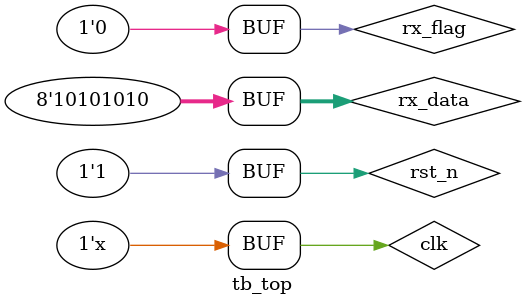
<source format=v>
/************************************************************************
 * Author        : Wen Chunyang
 * Email         : 1494640955@qq.com
 * Create time   : 2018-04-15 15:45
 * Last modified : 2018-04-15 15:45
 * Filename      : tb_top.v
 * Description   : 
 * *********************************************************************/
`timescale		1ns/1ns 

module	tb_top;

//=====================================================================\
// ********** Define Parameter and Internal Signals *************
//=====================================================================/
reg                             clk                             ;       
reg                             rst_n                           ;       

reg     [ 7: 0]                 rx_data                         ;
reg                             rx_flag                         ;
wire                            wr_trig                         ;
wire                            rd_trig                         ;
wire                            wfifo_wr_en                     ;
wire    [ 7: 0]                 wfifo_wr_data                   ;



//======================================================================
// ***************      Main    Code    ****************
//======================================================================
always  #10      clk    =       ~clk;


initial begin
	clk		<=		1'b1;
	rst_n	<=		1'b0;
    rx_flag <=      1'b0;
    rx_data <=      8'h00;
	#100
	rst_n	<=		1'b1;
    #100
    rx_flag <=      1'b1;
    rx_data <=      8'h55;
    #20
    rx_flag <=      1'b0;
    #200

    rx_flag <=      1'b1;
    rx_data <=      8'h12;
    #20
    rx_flag <=      1'b0;
    #200

    rx_flag <=      1'b1;
    rx_data <=      8'h34;
    #20
    rx_flag <=      1'b0;
    #200

    rx_flag <=      1'b1;
    rx_data <=      8'h56;
    #20
    rx_flag <=      1'b0;
    #200

    rx_flag <=      1'b1;
    rx_data <=      8'h78;
    #20
    rx_flag <=      1'b0;
    #200

    rx_flag <=      1'b1;
    rx_data <=      8'haa;
    #20
    rx_flag <=      1'b0;


end


//例化
decode  decode_inst(
        .clk                    (clk                    ),
        .rst_n                  (rst_n                  ),
        //uart_rx
        .rx_data                (rx_data                ),
        .rx_flag                (rx_flag                ),
        .wr_trig                (wr_trig                ),
        .rd_trig                (rd_trig                ),
        .wfifo_wr_en            (wfifo_wr_en            ),
        .wfifo_wr_data          (wfifo_wr_data          )
);


endmodule

</source>
